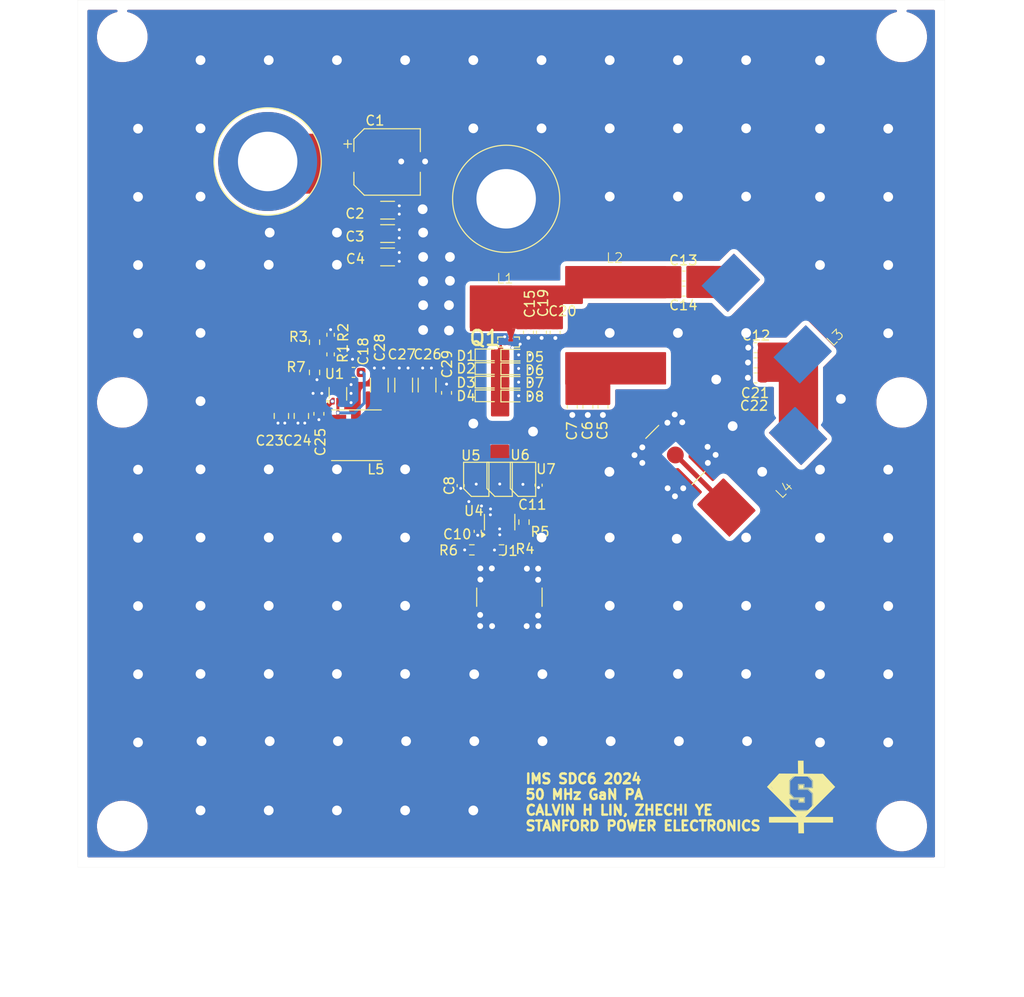
<source format=kicad_pcb>
(kicad_pcb (version 20240108) (generator "pcbnew") (generator_version "8.0")
  (layers (0 "F.Cu" signal) (31 "B.Cu" signal) (34 "B.Paste" user) (35 "F.Paste" user) (36 "B.SilkS" user "B.Silkscreen") (37 "F.SilkS" user "F.Silkscreen") (38 "B.Mask" user) (39 "F.Mask" user) (44 "Edge.Cuts" user))
  (net 0 "")
  (net 1 "GND")
  (net 2 "+12V")
  (net 3 "Net-(C5-Pad1)")
  (net 4 "+5V")
  (net 5 "Net-(C12-Pad1)")
  (net 6 "/D")
  (net 7 "Net-(C13-Pad2)")
  (net 8 "Net-(U1-BST)")
  (net 9 "Net-(U1-SW)")
  (net 10 "/RF_IN")
  (net 11 "/G")
  (net 12 "Net-(U1-EN)")
  (net 13 "Net-(U1-FB)")
  (net 14 "Net-(U4--IN)")
  (net 15 "/G1")
  (net 16 "/RF_OUT")
  (net 17 "Net-(U4-OUT)")
  (footprint "Coilcraft:L_Coilcraft_ZA9423" (layer "F.Cu") (at 36.97 31.64)
    (property "Reference" "L1")
    (property "Value" "25n")
  )
  (footprint "MountingHole:MountingHole_3.2mm_M3_DIN965" (layer "F.Cu") (at 4.59 84.78)
    (property "Reference" "REF**" (hide yes))
    (property "Value" "MountingHole_3.2mm_M3_DIN965")
  )
  (footprint "Capacitor_SMD:C_1206_3216Metric" (layer "F.Cu") (at 31.82 26.37)
    (property "Reference" "C4")
    (property "Value" "C_Small")
  )
  (footprint "Diode_SMD:D_SOD-523" (layer "F.Cu") (at 44.7125 40.64)
    (property "Reference" "D8")
    (property "Value" "SMS3922")
  )
  (footprint "Capacitor_SMD:C_1206_3216Metric" (layer "F.Cu") (at 31.82 21.57)
    (property "Reference" "C2")
    (property "Value" "C_Small")
  )
  (footprint "Connector_Coaxial:SMA_Amphenol_132134-10_Vertical" (layer "F.Cu") (at 61.355 46.695 135)
    (property "Reference" "J2" (hide yes))
    (property "Value" "RF_OUT")
  )
  (footprint "Package_TO_SOT_SMD:SOT-23-6" (layer "F.Cu") (at 43.32 53.585 90)
    (property "Reference" "U4")
    (property "Value" "TLV3501")
  )
  (footprint "Coilcraft:Coilcraft_1212VS" (layer "F.Cu") (at 55.23 33.38 -90)
    (property "Reference" "L2")
    (property "Value" "18n")
  )
  (footprint "Capacitor_SMD:C_0603_1608Metric" (layer "F.Cu") (at 47.61 34.11 -90)
    (property "Reference" "C19")
    (property "Value" "C")
  )
  (footprint "MountingHole:MountingHole_3.2mm_M3_DIN965" (layer "F.Cu") (at 84.59 84.78)
    (property "Reference" "REF**" (hide yes))
    (property "Value" "MountingHole_3.2mm_M3_DIN965")
  )
  (footprint "Coilcraft:Coilcraft_2014VS" (layer "F.Cu") (at 70.73 32.7 -45)
    (property "Reference" "L3")
    (property "Value" "81n")
  )
  (footprint "Capacitor_SMD:C_1206_3216Metric" (layer "F.Cu") (at 30.97 39.52 90)
    (property "Reference" "C28")
    (property "Value" "22u")
  )
  (footprint "Capacitor_SMD:C_0603_1608Metric" (layer "F.Cu") (at 49.02 34.11 -90)
    (property "Reference" "C20")
    (property "Value" "C")
  )
  (footprint "MountingHole:MountingHole_3.2mm_M3_DIN965" (layer "F.Cu") (at 4.59 3.78)
    (property "Reference" "REF**" (hide yes))
    (property "Value" "MountingHole_3.2mm_M3_DIN965")
  )
  (footprint "Connector:Banana_Jack_1Pin" (layer "F.Cu") (at 19.51 16.57)
    (property "Reference" "J5" (hide yes))
    (property "Value" "Conn_01x01_Pin" (hide yes))
  )
  (footprint "Resistor_SMD:R_0603_1608Metric" (layer "F.Cu") (at 24.32 38.22 -90)
    (property "Reference" "R7")
    (property "Value" "30k")
  )
  (footprint "MountingHole:MountingHole_3.2mm_M3_DIN965" (layer "F.Cu") (at 4.59 41.3)
    (property "Reference" "REF**" (hide yes))
    (property "Value" "MountingHole_3.2mm_M3_DIN965")
  )
  (footprint "Connector:Banana_Jack_1Pin" (layer "F.Cu") (at 43.99 20.4)
    (property "Reference" "J6" (hide yes))
    (property "Value" "Conn_01x01_Pin" (hide yes))
  )
  (footprint "Capacitor_SMD:C_0603_1608Metric" (layer "F.Cu") (at 69.59 35.685 180)
    (property "Reference" "C12")
    (property "Value" "C")
  )
  (footprint "Capacitor_SMD:C_1206_3216Metric" (layer "F.Cu") (at 35.87 39.52 90)
    (property "Reference" "C26")
    (property "Value" "22u")
  )
  (footprint "Capacitor_SMD:C_0603_1608Metric" (layer "F.Cu") (at 69.59 37.235 180)
    (property "Reference" "C21")
    (property "Value" "C")
  )
  (footprint "Capacitor_SMD:C_0805_2012Metric" (layer "F.Cu") (at 22.97 42.69 -90)
    (property "Reference" "C24")
    (property "Value" "10u")
  )
  (footprint "Capacitor_SMD:C_1206_3216Metric" (layer "F.Cu") (at 31.82 23.97)
    (property "Reference" "C3")
    (property "Value" "C_Small")
  )
  (footprint "pcbparts:nc7wz04_sc-88_SOIC-6" (layer "F.Cu") (at 40.92 49.195)
    (property "Reference" "U5")
    (property "Value" "NC7WZ16")
  )
  (footprint "EPC_FETs:D0221" (layer "F.Cu") (at 44.24 35.11)
    (property "Reference" "Q1")
    (property "Value" "EPC8010" (hide yes))
  )
  (footprint "Capacitor_SMD:C_0402_1005Metric" (layer "F.Cu") (at 41.07 54.535 -90)
    (property "Reference" "C10")
    (property "Value" "C_Small")
  )
  (footprint "Diode_SMD:D_SOD-523" (layer "F.Cu") (at 42.07 40.62)
    (property "Reference" "D4")
    (property "Value" "SMS3922")
  )
  (footprint "Diode_SMD:D_SOD-523" (layer "F.Cu") (at 42.07 39.22)
    (property "Reference" "D3")
    (property "Value" "SMS3922")
  )
  (footprint "Diode_SMD:D_SOD-523" (layer "F.Cu") (at 42.07 36.42)
    (property "Reference" "D1")
    (property "Value" "SMS3922")
  )
  (footprint "Diode_SMD:D_SOD-523" (layer "F.Cu") (at 44.7125 39.24)
    (property "Reference" "D7")
    (property "Value" "SMS3922")
  )
  (footprint "Capacitor_SMD:C_1206_3216Metric" (layer "F.Cu") (at 33.47 39.52 90)
    (property "Reference" "C27")
    (property "Value" "22u")
  )
  (footprint "Capacitor_SMD:C_0603_1608Metric" (layer "F.Cu") (at 46.28 34.11 -90)
    (property "Reference" "C15")
    (property "Value" "C")
  )
  (footprint "Logo:superlab_logo" (layer "F.Cu") (at 74.255 81.8)
    (property "Reference" "G***" (hide yes))
    (property "Value" "LOGO" (hide yes))
  )
  (footprint "Package_TO_SOT_SMD:SOT-563" (layer "F.Cu") (at 26.72 40.42 90)
    (property "Reference" "U1")
    (property "Value" "TPS563203")
  )
  (footprint "Diode_SMD:D_SOD-523" (layer "F.Cu") (at 42.07 37.82)
    (property "Reference" "D2")
    (property "Value" "SMS3922")
  )
  (footprint "Capacitor_SMD:C_0402_1005Metric" (layer "F.Cu") (at 39.32 49.845 90)
    (property "Reference" "C8")
    (property "Value" "C")
  )
  (footprint "Capacitor_SMD:C_0603_1608Metric" (layer "F.Cu") (at 50.78 41.755 -90)
    (property "Reference" "C7")
    (property "Value" "C")
  )
  (footprint "Capacitor_SMD:C_0603_1608Metric" (layer "F.Cu") (at 24.77 42.47 -90)
    (property "Reference" "C25")
    (property "Value" "100n")
  )
  (footprint "Resistor_SMD:R_0603_1608Metric" (layer "F.Cu") (at 40.47 56.435 180)
    (property "Reference" "R6")
    (property "Value" "SHORT")
  )
  (footprint "Diode_SMD:D_SOD-523" (layer "F.Cu") (at 44.71 36.45)
    (property "Reference" "D5")
    (property "Value" "SMS3922")
  )
  (footprint "MountingHole:MountingHole_3.2mm_M3_DIN965" (layer "F.Cu") (at 84.59 3.78)
    (property "Reference" "REF**" (hide yes))
    (property "Value" "MountingHole_3.2mm_M3_DIN965")
  )
  (footprint "Capacitor_SMD:C_0603_1608Metric" (layer "F.Cu") (at 53.93 41.755 -90)
    (property "Reference" "C5")
    (property "Value" "C")
  )
  (footprint "Resistor_SMD:R_0603_1608Metric" (layer "F.Cu") (at 24.32 35.12 -90)
    (property "Reference" "R3")
    (property "Value" "220k")
  )
  (footprint "Capacitor_SMD:C_0603_1608Metric" (layer "F.Cu") (at 62.23 28.33)
    (property "Reference" "C13")
    (property "Value" "C")
  )
  (footprint "MountingHole:MountingHole_3.2mm_M3_DIN965" (layer "F.Cu") (at 84.59 41.3)
    (property "Reference" "REF**" (hide yes))
    (property "Value" "MountingHole_3.2mm_M3_DIN965")
  )
  (footprint "Resistor_SMD:R_0603_1608Metric" (layer "F.Cu") (at 45.82 53.585 -90)
    (property "Reference" "R5")
    (property "Value" "OPEN")
  )
  (footprint "Connector_Coaxial:SMA_Amphenol_132134-10_Vertical" (layer "F.Cu") (at 44.32 61.29)
    (property "Reference" "J1")
    (property "Value" "RF_IN")
  )
  (footprint "Inductor_SMD:L_Taiyo-Yuden_MD-5050" (layer "F.Cu") (at 28.62 44.67)
    (property "Reference" "L5")
    (property "Value" "4.7u")
  )
  (footprint "Resistor_SMD:R_0603_1608Metric" (layer "F.Cu") (at 43.52 56.435)
    (property "Reference" "R4")
    (property "Value" "50")
  )
  (footprint "Capacitor_SMD:CP_Elec_6.3x7.7" (layer "F.Cu") (at 31.77 16.62)
    (property "Reference" "C1")
    (property "Value" "C_Small")
  )
  (footprint "Resistor_SMD:R_0402_1005Metric" (layer "F.Cu") (at 25.97 34.36 90)
    (property "Reference" "R2")
    (property "Value" "15k")
  )
  (footprint "Capacitor_SMD:C_0603_1608Metric" (layer "F.Cu") (at 37.87 40.32 90)
    (property "Reference" "C29")
    (property "Value" "100n")
  )
  (footprint "Coilcraft:Coilcraft_2014VS" (layer "F.Cu") (at 70.27 48.42 -135)
    (property "Reference" "L4")
    (property "Value" "133n")
  )
  (footprint "Diode_SMD:D_SOD-523" (layer "F.Cu") (at 44.7125 37.85)
    (property "Reference" "D6")
    (property "Value" "SMS3922")
  )
  (footprint "pcbparts:nc7wz04_sc-88_SOIC-6" (layer "F.Cu") (at 43.32 49.195)
    (property "Reference" "U6")
    (property "Value" "NC7WZ16")
  )
  (footprint "Capacitor_SMD:C_0603_1608Metric" (layer "F.Cu") (at 28.32 38.22 180)
    (property "Reference" "C18")
    (property "Value" "0.1u")
  )
  (footprint "Resistor_SMD:R_0402_1005Metric" (layer "F.Cu") (at 25.97 36.37 90)
    (property "Reference" "R1")
    (property "Value" "100k")
  )
  (footprint "Capacitor_SMD:C_0603_1608Metric" (layer "F.Cu") (at 62.23 29.88)
    (property "Reference" "C14")
    (property "Value" "C")
  )
  (footprint "Capacitor_SMD:C_0603_1608Metric" (layer "F.Cu") (at 52.38 41.755 -90)
    (property "Reference" "C6")
    (property "Value" "C")
  )
  (footprint "Capacitor_SMD:C_0402_1005Metric" (layer "F.Cu") (at 47.32 49.795 90)
    (property "Reference" "C11")
    (property "Value" "C")
  )
  (footprint "Capacitor_SMD:C_0805_2012Metric" (layer "F.Cu") (at 20.92 42.69 -90)
    (property "Reference" "C23")
    (property "Value" "10u")
  )
  (footprint "pcbparts:nc7wz04_sc-88_SOIC-6" (layer "F.Cu") (at 45.72 49.195)
    (property "Reference" "U7")
    (property "Value" "NC7WZ16")
  )
  (footprint "Capacitor_SMD:C_0603_1608Metric" (layer "F.Cu") (at 69.59 38.785 180)
    (property "Reference" "C22")
    (property "Value" "C")
  )
  (gr_rect (start 0.005 0) (end 89.005 89) (stroke (width 0.01)) (fill none) (layer "Edge.Cuts"))
  (gr_text "IMS SDC6 2024\n50 MHz GaN PA\nCALVIN H LIN, ZHECHI YE\nSTANFORD POWER ELECTRONICS" (at 45.855 85.35 0) (layer "F.SilkS") (effects (font (size 1 1) (thickness 0.25) (bold yes)) (justify left bottom)))
  (segment (start 26.95 40.34) (end 27.08 40.47) (width 0.25) (layer "F.Cu") (net 1))
  (segment (start 27.92 41.17) (end 28.07 41.32) (width 0.25) (layer "F.Cu") (net 1))
  (segment (start 45.05 35.31) (end 45.015 35.345) (width 0.2) (layer "F.Cu") (net 1))
  (segment (start 45.015 35.345) (end 44.49 35.345) (width 0.2) (layer "F.Cu") (net 1))
  (segment (start 43.84 34.56) (end 43.84 34.62) (width 0.2) (layer "F.Cu") (net 1))
  (segment (start 43.84 35.11) (end 43.84 34.56) (width 0.2) (layer "F.Cu") (net 1))
  (segment (start 27.22 41.17) (end 27.92 41.17) (width 0.25) (layer "F.Cu") (net 1))
  (segment (start 25.79 40.34) (end 26.95 40.34) (width 0.25) (layer "F.Cu") (net 1))
  (segment (start 44.04 35.31) (end 44.48 35.31) (width 0.2) (layer "F.Cu") (net 1))
  (segment (start 43.84 35.11) (end 44.04 35.31) (width 0.2) (layer "F.Cu") (net 1))
  (segment (start 45.04 34.91) (end 45.04 35.3) (width 0.2) (layer "F.Cu") (net 1))
  (segment (start 45.04 35.3) (end 45.05 35.31) (width 0.2) (layer "F.Cu") (net 1))
  (via (at 26.62 48.17) (size 1.5) (drill 1) (layers "F.Cu" "B.Cu") (net 1))
  (via (at 37.87 39.42) (size 0.6) (drill 0.3) (layers "F.Cu" "B.Cu") (net 1))
  (via (at 46.75 44.29) (size 1.5) (drill 1) (layers "F.Cu" "B.Cu") (net 1))
  (via (at 61.62 20.17) (size 1.5) (drill 1) (layers "F.Cu" "B.Cu") (net 1))
  (via (at 35.47 28.87) (size 1.5) (drill 1) (layers "F.Cu" "B.Cu") (net 1))
  (via (at 78.35 40.94) (size 1.5) (drill 1) (layers "F.Cu" "B.Cu") (net 1))
  (via (at 6.205 62.2) (size 1.5) (drill 1) (layers "F.Cu" "B.Cu") (net 1))
  (via (at 40.916409 49.686409) (size 0.4) (drill 0.3) (layers "F.Cu" "B.Cu") (net 1))
  (via (at 61.62 62.17) (size 1.5) (drill 1) (layers "F.Cu" "B.Cu") (net 1))
  (via (at 42.545 64.26) (size 1) (drill 0.6) (layers "F.Cu" "B.Cu") (net 1))
  (via (at 67.24 43.73) (size 1.5) (drill 1) (layers "F.Cu" "B.Cu") (net 1))
  (via (at 46.42 40.62) (size 0.4) (drill 0.3) (layers "F.Cu" "B.Cu") (net 1))
  (via (at 76.205 48.2) (size 1.5) (drill 1) (layers "F.Cu" "B.Cu") (net 1))
  (via (at 42.37 52.835) (size 0.4) (drill 0.3) (layers "F.Cu" "B.Cu") (net 1))
  (via (at 54.72 76.07) (size 1.5) (drill 1) (layers "F.Cu" "B.Cu") (net 1))
  (via (at 76.205 55.2) (size 1.5) (drill 1) (layers "F.Cu" "B.Cu") (net 1))
  (via (at 54.62 69.17) (size 1.5) (drill 1) (layers "F.Cu" "B.Cu") (net 1))
  (via (at 61.62 34.17) (size 1.5) (drill 1) (layers "F.Cu" "B.Cu") (net 1))
  (via (at 76.205 62.2) (size 1.5) (drill 1) (layers "F.Cu" "B.Cu") (net 1))
  (via (at 35.42 37.77) (size 0.6) (drill 0.3) (layers "F.Cu" "B.Cu") (net 1))
  (via (at 24.17 40.37) (size 0.6) (drill 0.3) (layers "F.Cu" "B.Cu") (net 1))
  (via (at 47.71 69.19) (size 1.5) (drill 1) (layers "F.Cu" "B.Cu") (net 1))
  (via (at 68.62 34.17) (size 1.5) (drill 1) (layers "F.Cu" "B.Cu") (net 1))
  (via (at 47.27 58.36) (size 1) (drill 0.6) (layers "F.Cu" "B.Cu") (net 1))
  (via (at 57.165 46.71) (size 1) (drill 0.6) (layers "F.Cu" "B.Cu") (net 1))
  (via (at 60.565 50.11) (size 1) (drill 0.6) (layers "F.Cu" "B.Cu") (net 1))
  (via (at 83.205 76.2) (size 1.5) (drill 1) (layers "F.Cu" "B.Cu") (net 1))
  (via (at 12.62 34.17) (size 1.5) (drill 1) (layers "F.Cu" "B.Cu") (net 1))
  (via (at 40.62 6.17) (size 1.5) (drill 1) (layers "F.Cu" "B.Cu") (net 1))
  (via (at 54.62 13.17) (size 1.5) (drill 1) (layers "F.Cu" "B.Cu") (net 1))
  (via (at 12.62 6.17) (size 1.5) (drill 1) (layers "F.Cu" "B.Cu") (net 1))
  (via (at 39.73 56.44) (size 0.6) (drill 0.3) (layers "F.Cu" "B.Cu") (net 1))
  (via (at 54.62 55.17) (size 1.5) (drill 1) (layers "F.Cu" "B.Cu") (net 1))
  (via (at 40.62 13.17) (size 1.5) (drill 1) (layers "F.Cu" "B.Cu") (net 1))
  (via (at 61.72 76.07) (size 1.5) (drill 1) (layers "F.Cu" "B.Cu") (net 1))
  (via (at 76.205 27.2) (size 1.5) (drill 1) (layers "F.Cu" "B.Cu") (net 1))
  (via (at 44.64 35.67) (size 0.4) (drill 0.3) (layers "F.Cu" "B.Cu") (net 1))
  (via (at 6.205 55.2) (size 1.5) (drill 1) (layers "F.Cu" "B.Cu") (net 1))
  (via (at 54.62 62.17) (size 1.5) (drill 1) (layers "F.Cu" "B.Cu") (net 1))
  (via (at 47.62 6.17) (size 1.5) (drill 1) (layers "F.Cu" "B.Cu") (net 1))
  (via (at 40.62 43.47) (size 1.5) (drill 1) (layers "F.Cu" "B.Cu") (net 1))
  (via (at 33.02 37.77) (size 0.6) (drill 0.3) (layers "F.Cu" "B.Cu") (net 1))
  (via (at 46.42 36.42) (size 0.4) (drill 0.3) (layers "F.Cu" "B.Cu") (net 1))
  (via (at 19.62 6.17) (size 1.5) (drill 1) (layers "F.Cu" "B.Cu") (net 1))
  (via (at 39.33 50.12) (size 0.4) (drill 0.3) (layers "F.Cu" "B.Cu") (net 1))
  (via (at 12.62 41.17) (size 1.5) (drill 1) (layers "F.Cu" "B.Cu") (net 1))
  (via (at 6.205 27.2) (size 1.5) (drill 1) (layers "F.Cu" "B.Cu") (net 1))
  (via (at 6.205 20.2) (size 1.5) (drill 1) (layers "F.Cu" "B.Cu") (net 1))
  (via (at 6.205 13.2) (size 1.5) (drill 1) (layers "F.Cu" "B.Cu") (net 1))
  (via (at 45.27 39.22) (size 0.4) (drill 0.3) (layers "F.Cu" "B.Cu") (net 1))
  (via (at 65.49 46.685) (size 1) (drill 0.6) (layers "F.Cu" "B.Cu") (net 1))
  (via (at 33.02 23.57) (size 0.6) (drill 0.3) (layers "F.Cu" "B.Cu") (net 1))
  (via (at 42.38379 52.235156) (size 0.4) (drill 0.3) (layers "F.Cu" "B.Cu") (net 1))
  (via (at 83.205 48.2) (size 1.5) (drill 1) (layers "F.Cu" "B.Cu") (net 1))
  (via (at 22.62 43.42) (size 0.6) (drill 0.3) (layers "F.Cu" "B.Cu") (net 1))
  (via (at 68.62 6.17) (size 1.5) (drill 1) (layers "F.Cu" "B.Cu") (net 1))
  (via (at 33.02 21.97) (size 0.6) (drill 0.3) (layers "F.Cu" "B.Cu") (net 1))
  (via (at 33.02 24.42) (size 0.6) (drill 0.3) (layers "F.Cu" "B.Cu") (net 1))
  (via (at 46.27 34.67) (size 0.8) (drill 0.4) (layers "F.Cu" "B.Cu") (net 1))
  (via (at 76.205 69.2) (size 1.5) (drill 1) (layers "F.Cu" "B.Cu") (net 1))
  (via (at 54.62 6.17) (size 1.5) (drill 1) (layers "F.Cu" "B.Cu") (net 1))
  (via (at 28.07 40.37) (size 0.6) (drill 0.3) (layers "F.Cu" "B.Cu") (net 1))
  (via (at 33.92 37.77) (size 0.6) (drill 0.3) (layers "F.Cu" "B.Cu") (net 1))
  (via (at 33.62 83.18) (size 1.5) (drill 1) (layers "F.Cu" "B.Cu") (net 1))
  (via (at 68.62 55.17) (size 1.5) (drill 1) (layers "F.Cu" "B.Cu") (net 1))
  (via (at 47.27 63.185) (size 1) (drill 0.6) (layers "F.Cu" "B.Cu") (net 1))
  (via (at 70.27 48.42) (size 1.5) (drill 1) (layers "F.Cu" "B.Cu") (net 1))
  (via (at 38.22 28.82) (size 1.5) (drill 1) (layers "F.Cu" "B.Cu") (net 1))
  (via (at 12.62 20.17) (size 1.5) (drill 1) (layers "F.Cu" "B.Cu") (net 1))
  (via (at 68.62 13.17) (size 1.5) (drill 1) (layers "F.Cu" "B.Cu") (net 1))
  (via (at 36.32 37.77) (size 0.6) (drill 0.3) (layers "F.Cu" "B.Cu") (net 1))
  (via (at 68.62 20.17) (size 1.5) (drill 1) (layers "F.Cu" "B.Cu") (net 1))
  (via (at 57.965 45.91) (size 1) (drill 0.6) (layers "F.Cu" "B.Cu") (net 1))
  (via (at 68.84 35.675) (size 1) (drill 0.6) (layers "F.Cu" "B.Cu") (net 1))
  (via (at 45.43 35.32) (size 0.4) (drill 0.3) (layers "F.Cu" "B.Cu") (net 1))
  (via (at 33.02 25.92) (size 0.6) (drill 0.3) (layers "F.Cu" "B.Cu") (net 1))
  (via (at 33.62 55.17) (size 1.5) (drill 1) (layers "F.Cu" "B.Cu") (net 1))
  (via (at 64.665 45.86) (size 1) (drill 0.6) (layers "F.Cu" "B.Cu") (net 1))
  (via (at 33.62 6.17) (size 1.5) (drill 1) (layers "F.Cu" "B.Cu") (net 1))
  (via (at 61.29 42.535) (size 1) (drill 0.6) (layers "F.Cu" "B.Cu") (net 1))
  (via (at 53.92 42.59) (size 1) (drill 0.6) (layers "F.Cu" "B.Cu") (net 1))
  (via (at 38.12 33.92) (size 1.5) (drill 1) (layers "F.Cu" "B.Cu") (net 1))
  (via (at 40.62 83.18) (size 1.5) (drill 1) (layers "F.Cu" "B.Cu") (net 1))
  (via (at 33.72 76.07) (size 1.5) (drill 1) (layers "F.Cu" "B.Cu") (net 1))
  (via (at 26.62 83.18) (size 1.5) (drill 1) (layers "F.Cu" "B.Cu") (net 1))
  (via (at 40.72 76.07) (size 1.5) (drill 1) (layers "F.Cu" "B.Cu") (net 1))
  (via (at 23.32 43.42) (size 0.6) (drill 0.3) (layers "F.Cu" "B.Cu") (net 1))
  (via (at 54.59 48.42) (size 1.5) (drill 1) (layers "F.Cu" "B.Cu") (net 1))
  (via (at 38.22 26.37) (size 1.5) (drill 1) (layers "F.Cu" "B.Cu") (net 1))
  (via (at 40.71 69.2) (size 1.5) (drill 1) (layers "F.Cu" "B.Cu") (net 1))
  (via (at 12.62 62.17) (size 1.5) (drill 1) (layers "F.Cu" "B.Cu") (net 1))
  (via (at 6.205 69.2) (size 1.5) (drill 1) (layers "F.Cu" "B.Cu") (net 1))
  (via (at 35.47 23.87) (size 1.5) (drill 1) (layers "F.Cu" "B.Cu") (net 1))
  (via (at 26.62 69.17) (size 1.5) (drill 1) (layers "F.Cu" "B.Cu") (net 1))
  (via (at 76.205 20.2) (size 1.5) (drill 1) (layers "F.Cu" "B.Cu") (net 1))
  (via (at 83.205 62.2) (size 1.5) (drill 1) (layers "F.Cu" "B.Cu") (net 1))
  (via (at 83.205 27.2) (size 1.5) (drill 1) (layers "F.Cu" "B.Cu") (net 1))
  (via (at 26.62 6.17) (size 1.5) (drill 1) (layers "F.Cu" "B.Cu") (net 1))
  (via (at 19.72 76.07) (size 1.5) (drill 1) (layers "F.Cu" "B.Cu") (net 1))
  (via (at 83.205 69.2) (size 1.5) (drill 1) (layers "F.Cu" "B.Cu") (net 1))
  (via (at 40.16 51.48) (size 0.4) (drill 0.3) (layers "F.Cu" "B.Cu") (net 1))
  (via (at 12.62 69.17) (size 1.5) (drill 1) (layers "F.Cu" "B.Cu") (net 1))
  (via (at 26.62 55.17) (size 1.5) (drill 1) (layers "F.Cu" "B.Cu") (net 1))
  (via (at 61.62 69.17) (size 1.5) (drill 1) (layers "F.Cu" "B.Cu") (net 1))
  (via (at 68.81 37.205) (size 1) (drill 0.6) (layers "F.Cu" "B.Cu") (net 1))
  (via (at 68.72 76.07) (size 1.5) (drill 1) (layers "F.Cu" "B.Cu") (net 1))
  (via (at 33.22 16.57) (size 1) (drill 0.6) (layers "F.Cu" "B.Cu") (net 1))
  (via (at 45.27 40.62) (size 0.4) (drill 0.3) (layers "F.Cu" "B.Cu") (net 1))
  (via (at 35.47 31.32) (size 1.5) (drill 1) (layers "F.Cu" "B.Cu") (net 1))
  (via (at 64.69 47.51) (size 1) (drill 0.6) (layers "F.Cu" "B.Cu") (net 1))
  (via (at 50.78 42.59) (size 1) (drill 0.6) (layers "F.Cu" "B.Cu") (net 1))
  (via (at 76.205 6.2) (size 1.5) (drill 1) (layers "F.Cu" "B.Cu") (net 1))
  (via (at 6.205 48.2) (size 1.5) (drill 1) (layers "F.Cu" "B.Cu") (net 1))
  (via (at 38.12 31.32) (size 1.5) (drill 1) (layers "F.Cu" "B.Cu") (net 1))
  (via (at 33.62 69.17) (size 1.5) (drill 1) (layers "F.Cu" "B.Cu") (net 1))
  (via (at 61.315 50.935) (size 1) (drill 0.6) (layers "F.Cu" "B.Cu") (net 1))
  (via (at 19.62 69.17) (size 1.5) (drill 1) (layers "F.Cu" "B.Cu") (net 1))
  (via (at 43.33348 54.884851) (size 0.4) (drill 0.3) (layers "F.Cu" "B.Cu") (net 1))
  (via (at 28.22 36.87) (size 0.6) (drill 0.3) (layers "F.Cu" "B.Cu") (net 1))
  (via (at 35.42 21.47) (size 1.5) (drill 1) (layers "F.Cu" "B.Cu") (net 1))
  (via (at 68.62 69.17) (size 1.5) (drill 1) (layers "F.Cu" "B.Cu") (net 1))
  (via (at 61.62 6.17) (size 1.5) (drill 1) (layers "F.Cu" "B.Cu") (net 1))
  (via (at 41.345 58.335) (size 1) (drill 0.6) (layers "F.Cu" "B.Cu") (net 1))
  (via (at 41.32 64.26) (size 1) (drill 0.6) (layers "F.Cu" "B.Cu") (net 1))
  (via (at 47.62 13.17) (size 1.5) (drill 1) (layers "F.Cu" "B.Cu") (net 1))
  (via (at 47.72 76.07) (size 1.5) (drill 1) (layers "F.Cu" "B.Cu") (net 1))
  (via (at 28.07 39.47) (size 0.6) (drill 0.3) (layers "F.Cu" "B.Cu") (net 1))
  (via (at 19.62 83.18) (size 1.5) (drill 1) (layers "F.Cu" "B.Cu") (net 1))
  (via (at 47.295 64.26) (size 1) (drill 0.6) (layers "F.Cu" "B.Cu") (net 1))
  (via (at 35.47 33.87) (size 1.5) (drill 1) (layers "F.Cu" "B.Cu") (net 1))
  (via (at 35.67 16.57) (size 1) (drill 0.6) (layers "F.Cu" "B.Cu") (net 1))
  (via (at 43.84 34.56) (size 0.4) (drill 0.3) (layers "F.Cu" "B.Cu") (net 1))
  (via (at 12.62 48.17) (size 1.5) (drill 1) (layers "F.Cu" "B.Cu") (net 1))
  (via (at 31.42 37.77) (size 0.6) (drill 0.3) (layers "F.Cu" "B.Cu") (net 1))
  (via (at 65.55 38.95) (size 1.5) (drill 1) (layers "F.Cu" "B.Cu") (net 1))
  (via (at 35.47 26.37) (size 1.5) (drill 1) (layers "F.Cu" "B.Cu") (net 1))
  (via (at 27.76 35.86) (size 0.6) (drill 0.3) (layers "F.Cu" "B.Cu") (net 1))
  (via (at 62.165 50.11) (size 1) (drill 0.6) (layers "F.Cu" "B.Cu") (net 1))
  (via (at 83.205 13.2) (size 1.5) (drill 1) (layers "F.Cu" "B.Cu") (net 1))
  (via (at 54.62 20.17) (size 1.5) (drill 1) (layers "F.Cu" "B.Cu") (net 1))
  (via (at 30.47 37.77) (size 0.6) (drill 0.3) (layers "F.Cu" "B.Cu") (net 1))
  (via (at 83.205 20.2) (size 1.5) (drill 1) (layers "F.Cu" "B.Cu") (net 1))
  (via (at 61.5 55.29) (size 1.5) (drill 1) (layers "F.Cu" "B.Cu") (net 1))
  (via (at 26.62 27.17) (size 1.5) (drill 1) (layers "F.Cu" "B.Cu") (net 1))
  (via (at 24.77 43.07) (size 0.6) (drill 0.3) (layers "F.Cu" "B.Cu") (net 1))
  (via (at 42.79 56.45) (size 0.6) (drill 0.3) (layers "F.Cu" "B.Cu") (net 1))
  (via (at 33.62 62.17) (size 1.5) (drill 1) (layers "F.Cu" "B.Cu") (net 1))
  (via (at 41.32 63.11) (size 1) (drill 0.6) (layers "F.Cu" "B.Cu") (net 1))
  (via (at 25.07 40.37) (size 0.6) (drill 0.3) (layers "F.Cu" "B.Cu") (net 1))
  (via (at 62.065 43.335) (size 1) (drill 0.6) (layers "F.Cu" "B.Cu") (net 1))
  (via (at 46.42 39.22) (size 0.4) (drill 0.3) (layers "F.Cu" "B.Cu") (net 1))
  (via (at 45.71 49.71) (size 0.4) (drill 0.3) (layers "F.Cu" "B.Cu") (net 1))
  (via (at 6.205 76.2) (size 1.5) (drill 1) (layers "F.Cu" "B.Cu") (net 1))
  (via (at 83.205 34.2) (size 1.5) (drill 1) (layers "F.Cu" "B.Cu") (net 1))
  (via (at 19.62 48.17) (size 1.5) (drill 1) (layers "F.Cu" "B.Cu") (net 1))
  (via (at 68.62 62.17) (size 1.5) (drill 1) (layers "F.Cu" "B.Cu") (net 1))
  (via (at 47.62 55.17) (size 1.5) (drill 1) (layers "F.Cu" "B.Cu") (net 1))
  (via (at 68.8 38.765) (size 1) (drill 0.6) (layers "F.Cu" "B.Cu") (net 1))
  (via (at 45.27 37.82) (size 0.4) (drill 0.3) (layers "F.Cu" "B.Cu") (net 1))
  (via (at 12.62 13.17) (size 1.5) (drill 1) (layers "F.Cu" "B.Cu") (net 1))
  (via (at 20.57 43.42) (size 0.6) (drill 0.3) (layers "F.Cu" "B.Cu") (net 1))
  (via (at 43.33 49.675) (size 0.4) (drill 0.3) (layers "F.Cu" "B.Cu") (net 1))
  (via (at 19.62 27.17) (size 1.5) (drill 1) (layers "F.Cu" "B.Cu") (net 1))
  (via (at 33.02 26.82) (size 0.6) (drill 0.3) (layers "F.Cu" "B.Cu") (net 1))
  (via (at 41.345 59.485) (size 1) (drill 0.6) (layers "F.Cu" "B.Cu") (net 1))
  (via (at 26.62 23.87) (size 1.5) (drill 1) (layers "F.Cu" "B.Cu") (net 1))
  (via (at 83.205 55.2) (size 1.5) (drill 1) (layers "F.Cu" "B.Cu") (net 1))
  (via (at 41.46 51.93) (size 0.4) (drill 0.3) (layers "F.Cu" "B.Cu") (net 1))
  (via (at 12.62 83.18) (size 1.5) (drill 1) (layers "F.Cu" "B.Cu") (net 1))
  (via (at 28.07 41.32) (size 0.6) (drill 0.3) (layers "F.Cu" "B.Cu") (net 1))
  (via (at 52.37 42.59) (size 1) (drill 0.6) (layers "F.Cu" "B.Cu") (net 1))
  (via (at 76.205 76.2) (size 1.5) (drill 1) (layers "F.Cu" "B.Cu") (net 1))
  (via (at 24.57 38.97) (size 0.4) (drill 0.3) (layers "F.Cu" "B.Cu") (net 1))
  (via (at 26.72 76.07) (size 1.5) (drill 1) (layers "F.Cu" "B.Cu") (net 1))
  (via (at 47.63 34.68) (size 0.8) (drill 0.4) (layers "F.Cu" "B.Cu") (net 1))
  (via (at 12.62 27.17) (size 1.5) (drill 1) (layers "F.Cu" "B.Cu") (net 1))
  (via (at 26.62 62.17) (size 1.5) (drill 1) (layers "F.Cu" "B.Cu") (net 1))
  (via (at 61.62 13.17) (size 1.5) (drill 1) (layers "F.Cu" "B.Cu") (net 1))
  (via (at 25.97 33.83) (size 0.6) (drill 0.3) (layers "F.Cu" "B.Cu") (net 1))
  (via (at 76.205 13.2) (size 1.5) (drill 1) (layers "F.Cu" "B.Cu") (net 1))
  (via (at 54.62 34.17) (size 1.5) (drill 1) (layers "F.Cu" "B.Cu") (net 1))
  (via (at 42.52 58.335) (size 1) (drill 0.6) (layers "F.Cu" "B.Cu") (net 1))
  (via (at 33.62 48.17) (size 1.5) (drill 1) (layers "F.Cu" "B.Cu") (net 1))
  (via (at 47.309513 50.035487) (size 0.4) (drill 0.3) (layers "F.Cu" "B.Cu") (net 1))
  (via (at 19.72 23.87) (size 1.5) (drill 1) (layers "F.Cu" "B.Cu") (net 1))
  (via (at 49.04 34.69) (size 0.8) (drill 0.4) (layers "F.Cu" "B.Cu") (net 1))
  (via (at 47.27 59.51) (size 1) (drill 0.6) (layers "F.Cu" "B.Cu") (net 1))
  (via (at 12.72 76.07) (size 1.5) (drill 1) (layers "F.Cu" "B.Cu") (net 1))
  (via (at 21.27 43.42) (size 0.6) (drill 0.3) (layers "F.Cu" "B.Cu") (net 1))
  (via (at 46.095 64.26) (size 1) (drill 0.6) (layers "F.Cu" "B.Cu") (net 1))
  (via (at 19.62 55.17) (size 1.5) (drill 1) (layers "F.Cu" "B.Cu") (net 1))
  (via (at 57.965 47.51) (size 1) (drill 0.6) (layers "F.Cu" "B.Cu") (net 1))
  (via (at 6.205 34.2) (size 1.5) (drill 1) (layers "F.Cu" "B.Cu") (net 1))
  (via (at 60.54 43.385) (size 1) (drill 0.6) (layers "F.Cu" "B.Cu") (net 1))
  (via (at 12.62 55.17) (size 1.5) (drill 1) (layers "F.Cu" "B.Cu") (net 1))
  (via (at 43.32 54.285) (size 0.4) (drill 0.3) (layers "F.Cu" "B.Cu") (net 1))
  (via (at 33.02 21.12) (size 0.6) (drill 0.3) (layers "F.Cu" "B.Cu") (net 1))
  (via (at 46.42 37.82) (size 0.4) (drill 0.3) (layers "F.Cu" "B.Cu") (net 1))
  (via (at 19.62 62.17) (size 1.5) (drill 1) (layers "F.Cu" "B.Cu") (net 1))
  (via (at 41.07 54.935) (size 0.4) (drill 0.3) (layers "F.Cu" "B.Cu") (net 1))
  (via (at 45.27 36.42) (size 0.4) (drill 0.3) (layers "F.Cu" "B.Cu") (net 1))
  (via (at 46.12 58.36) (size 1) (drill 0.6) (layers "F.Cu" "B.Cu") (net 1))
  (segment (start 24.77 41.695) (end 25.605 41.695) (width 0.5) (layer "F.Cu") (net 2))
  (segment (start 25.97 36.88) (end 25.145 36.055) (width 0.25) (layer "F.Cu") (net 2))
  (segment (start 31.645 30.885) (end 31.51 31.02) (width 1.5) (layer "F.Cu") (net 2))
  (segment (start 24.78 35.15) (end 23.45 35.15) (width 0.25) (layer "F.Cu") (net 2))
  (segment (start 25.145 36.055) (end 25.145 35.515) (width 0.25) (layer "F.Cu") (net 2))
  (segment (start 25.605 41.695) (end 26.12 41.18) (width 0.5) (layer "F.Cu") (net 2))
  (segment (start 25.145 35.515) (end 24.78 35.15) (width 0.25) (layer "F.Cu") (net 2))
  (via (at 26.15 41.18) (size 0.4) (drill 0.3) (layers "F.Cu" "B.Cu") (net 2))
  (segment (start 44.5825 52.76) (end 44.27 52.4475) (width 0.3) (layer "F.Cu") (net 4))
  (segment (start 37.82 46.37) (end 37.82 43.62) (width 1) (layer "F.Cu") (net 4))
  (segment (start 45.94 49.125) (end 43.1 49.125) (width 0.3) (layer "F.Cu") (net 4))
  (segment (start 40.46 49.365) (end 40.7 49.125) (width 0.3) (layer "F.Cu") (net 4))
  (segment (start 47.32 47.596472) (end 47.32 49.315) (width 0.5) (layer "F.Cu") (net 4))
  (segment (start 47.508266 49.315) (end 47.32 49.315) (width 0.5) (layer "F.Cu") (net 4))
  (segment (start 38.72 40.245) (end 37.87 41.095) (width 0.3) (layer "F.Cu") (net 4))
  (segment (start 48.08 49.886734) (end 47.508266 49.315) (width 0.5) (layer "F.Cu") (net 4))
  (segment (start 37.82 48.27) (end 37.82 50.8) (width 1) (layer "F.Cu") (net 4))
  (segment (start 24.57 33.995) (end 25.485 33.08) (width 0.3) (layer "F.Cu") (net 4))
  (segment (start 47.32 49.315) (end 46.13 49.315) (width 0.3) (layer "F.Cu") (net 4))
  (segment (start 45.82 52.76) (end 44.5825 52.76) (width 0.3) (layer "F.Cu") (net 4))
  (segment (start 45.84 52.77) (end 45.973266 52.77) (width 0.5) (layer "F.Cu") (net 4))
  (segment (start 37.82 43.62) (end 38 43.62) (width 1) (layer "F.Cu") (net 4))
  (segment (start 37.82 48.27) (end 37.82 46.37) (width 1) (layer "F.Cu") (net 4))
  (segment (start 45.72 48.905) (end 45.72 48.275) (width 0.3) (layer "F.Cu") (net 4))
  (segment (start 37.82 41.145) (end 37.82 43.52) (width 1) (layer "F.Cu") (net 4))
  (segment (start 39.31 44.93) (end 45.33939 44.93) (width 1) (layer "F.Cu") (net 4))
  (segment (start 38.72 39.064544) (end 38.72 40.245) (width 0.3) (layer "F.Cu") (net 4))
  (segment (start 40.7 49.125) (end 40.92 48.905) (width 0.3) (layer "F.Cu") (net 4))
  (segment (start 43.32 48.905) (end 43.1 49.125) (width 0.3) (layer "F.Cu") (net 4))
  (segment (start 39.32 49.365) (end 40.46 49.365) (width 0.3) (layer "F.Cu") (net 4))
  (segment (start 47.55 47.14061) (end 47.55 49.08) (width 1) (layer "F.Cu") (net 4))
  (segment (start 40.92 48.905) (end 40.92 48.275) (width 0.3) (layer "F.Cu") (net 4))
  (segment (start 36.775456 37.12) (end 38.72 39.064544) (width 0.3) (layer "F.Cu") (net 4))
  (segment (start 46.13 49.315) (end 45.94 49.125) (width 0.3) (layer "F.Cu") (net 4))
  (segment (start 45.33939 44.93) (end 47.55 47.14061) (width 1) (layer "F.Cu") (net 4))
  (segment (start 31.05 37.12) (end 36.775456 37.12) (width 0.3) (layer "F.Cu") (net 4))
  (segment (start 45.94 49.125) (end 45.72 48.905) (width 0.3) (layer "F.Cu") (net 4))
  (segment (start 38 43.62) (end 39.31 44.93) (width 1) (layer "F.Cu") (net 4))
  (segment (start 38.915 49.365) (end 37.82 48.27) (width 0.5) (layer "F.Cu") (net 4))
  (segment (start 43.32 48.275) (end 43.32 48.905) (width 0.3) (layer "F.Cu") (net 4))
  (segment (start 39.32 49.365) (end 38.915 49.365) (width 0.5) (layer "F.Cu") (net 4))
  (segment (start 25.485 33.08) (end 27.01 33.08) (width 0.3) (layer "F.Cu") (net 4))
  (segment (start 37.87 41.095) (end 37.82 41.145) (width 1) (layer "F.Cu") (net 4))
  (segment (start 27.01 33.08) (end 31.05 37.12) (width 0.3) (layer "F.Cu") (net 4))
  (segment (start 24.57 34.395) (end 24.57 33.995) (width 0.3) (layer "F.Cu") (net 4))
  (segment (start 45.973266 52.77) (end 48.08 50.663266) (width 0.5) (layer "F.Cu") (net 4))
  (segment (start 37.82 50.8) (end 40.96 53.94) (width 1) (layer "F.Cu") (net 4))
  (segment (start 43.1 49.125) (end 40.7 49.125) (width 0.3) (layer "F.Cu") (net 4))
  (segment (start 48.08 50.663266) (end 48.08 49.886734) (width 0.5) (layer "F.Cu") (net 4))
  (segment (start 42.41 31.11) (end 43.43 32.13) (width 0.5) (layer "F.Cu") (net 6))
  (segment (start 43.545 33.295) (end 43.57 33.27) (width 0.2) (layer "F.Cu") (net 6))
  (segment (start 43.51 33.26) (end 43.53 33.24) (width 0.2) (layer "F.Cu") (net 6))
  (segment (start 43.545 33.165) (end 43.55 33.16) (width 0.2) (layer "F.Cu") (net 6))
  (segment (start 27.22 39.67) (end 27.22 38.345) (width 0.3) (layer "F.Cu") (net 8))
  (segment (start 27.22 38.345) (end 27.295 38.27) (width 0.3) (layer "F.Cu") (net 8))
  (segment (start 26.72 41.17) (end 26.72 42.37) (width 0.3) (layer "F.Cu") (net 9))
  (segment (start 26.72 42.37) (end 26.72 44.57) (width 0.3) (layer "F.Cu") (net 9))
  (segment (start 26.72 44.57) (end 26.82 44.67) (width 0.3) (layer "F.Cu") (net 9))
  (via (at 29.095 38.22) (size 0.4) (drill 0.3) (layers "F.Cu" "B.Cu") (net 9))
  (via (at 26.72 42.37) (size 0.4) (drill 0.3) (layers "F.Cu" "B.Cu") (net 9))
  (segment (start 29.42 41.37) (end 29.42 38.37) (width 0.3) (layer "B.Cu") (net 9))
  (segment (start 29.42 38.37) (end 29.27 38.22) (width 0.3) (layer "B.Cu") (net 9))
  (segment (start 29.27 38.22) (end 29.095 38.22) (width 0.3) (layer "B.Cu") (net 9))
  (segment (start 28.42 42.37) (end 29.42 41.37) (width 0.3) (layer "B.Cu") (net 9))
  (segment (start 26.72 42.37) (end 28.42 42.37) (width 0.3) (layer "B.Cu") (net 9))
  (segment (start 44.345 56.435) (end 44.345 56.71) (width 0.3) (layer "F.Cu") (net 10))
  (segment (start 44.32 56.735) (end 44.32 61.31) (width 0.3) (layer "F.Cu") (net 10))
  (segment (start 44.345 54.7975) (end 44.27 54.7225) (width 0.3) (layer "F.Cu") (net 10))
  (segment (start 44.345 56.71) (end 44.32 56.735) (width 0.3) (layer "F.Cu") (net 10))
  (segment (start 44.345 56.435) (end 44.345 54.7975) (width 0.3) (layer "F.Cu") (net 10))
  (segment (start 26.72 36.02) (end 25.97 35.27) (width 0.3) (layer "F.Cu") (net 12))
  (segment (start 25.97 35.86) (end 25.97 35.27) (width 0.5) (layer "F.Cu") (net 12))
  (segment (start 26.72 39.67) (end 26.72 36.02) (width 0.3) (layer "F.Cu") (net 12))
  (segment (start 25.97 35.27) (end 25.97 34.87) (width 0.5) (layer "F.Cu") (net 12))
  (segment (start 26.22 39.145) (end 24.57 37.495) (width 0.3) (layer "F.Cu") (net 13))
  (segment (start 26.22 39.67) (end 26.22 39.145) (width 0.3) (layer "F.Cu") (net 13))
  (segment (start 24.57 36.045) (end 24.57 37.495) (width 0.5) (layer "F.Cu") (net 13))
  (segment (start 41.295 55.7975) (end 42.37 54.7225) (width 0.3) (layer "F.Cu") (net 14))
  (segment (start 42.37 54.7225) (end 42.37 54.060001) (width 0.2) (layer "F.Cu") (net 14))
  (segment (start 42.37 54.060001) (end 42.670001 53.76) (width 0.2) (layer "F.Cu") (net 14))
  (segment (start 45.17 53.76) (end 45.82 54.41) (width 0.2) (layer "F.Cu") (net 14))
  (segment (start 41.295 56.435) (end 41.295 55.7975) (width 0.3) (layer "F.Cu") (net 14))
  (segment (start 42.670001 53.76) (end 45.17 53.76) (width 0.2) (layer "F.Cu") (net 14))
  (segment (start 44.52 46.895) (end 45.77 46.895) (width 0.3) (layer "F.Cu") (net 15))
  (segment (start 40.27 48.275) (end 40.27 47.645) (width 0.3) (layer "F.Cu") (net 15))
  (segment (start 42.67 48.275) (end 42.67 47.295) (width 0.3) (layer "F.Cu") (net 15))
  (segment (start 42.67 47.295) (end 43.07 46.895) (width 0.3) (layer "F.Cu") (net 15))
  (segment (start 40.27 47.645) (end 41.02 46.895) (width 0.3) (layer "F.Cu") (net 15))
  (segment (start 41.02 46.895) (end 42.32 46.895) (width 0.3) (layer "F.Cu") (net 15))
  (segment (start 46.37 47.495) (end 46.37 48.275) (width 0.3) (layer "F.Cu") (net 15))
  (segment (start 42.32 46.895) (end 43.07 46.895) (width 0.3) (layer "F.Cu") (net 15))
  (segment (start 45.77 46.895) (end 46.37 47.495) (width 0.3) (layer "F.Cu") (net 15))
  (segment (start 45.07 48.275) (end 45.07 47.445) (width 0.3) (layer "F.Cu") (net 15))
  (segment (start 43.97 48.275) (end 43.97 47.295) (width 0.3) (layer "F.Cu") (net 15))
  (segment (start 43.07 46.895) (end 43.57 46.895) (width 0.3) (layer "F.Cu") (net 15))
  (segment (start 41.57 47.645) (end 42.32 46.895) (width 0.3) (layer "F.Cu") (net 15))
  (segment (start 45.07 47.445) (end 44.52 46.895) (width 0.3) (layer "F.Cu") (net 15))
  (segment (start 43.97 47.295) (end 43.57 46.895) (width 0.3) (layer "F.Cu") (net 15))
  (segment (start 43.57 46.895) (end 44.52 46.895) (width 0.3) (layer "F.Cu") (net 15))
  (segment (start 41.57 48.275) (end 41.57 47.645) (width 0.3) (layer "F.Cu") (net 15))
  (segment (start 66.57 51.87) (end 66.57 52.01) (width 0.5) (layer "F.Cu") (net 16))
  (segment (start 61.44 46.74) (end 66.57 51.87) (width 0.5) (layer "F.Cu") (net 16))
  (segment (start 61.44 46.62) (end 61.44 46.74) (width 0.5) (layer "F.Cu") (net 16))
  (segment (start 61.435 46.605) (end 61.435 46.645) (width 0.5) (layer "F.Cu") (net 16))
  (segment (start 43.97 50.745) (end 43.62 51.095) (width 0.3) (layer "F.Cu") (net 17))
  (segment (start 40.62 51.095) (end 42.07 51.095) (width 0.3) (layer "F.Cu") (net 17))
  (segment (start 43.29 51.115) (end 43.29 52.57) (width 0.3) (layer "F.Cu") (net 17))
  (segment (start 41.57 50.115) (end 41.57 50.795) (width 0.3) (layer "F.Cu") (net 17))
  (segment (start 41.87 51.095) (end 42.07 51.095) (width 0.3) (layer "F.Cu") (net 17))
  (segment (start 42.615 51.095) (end 42.615 50.17) (width 0.3) (layer "F.Cu") (net 17))
  (segment (start 43.62 51.095) (end 42.715 51.095) (width 0.3) (layer "F.Cu") (net 17))
  (segment (start 45.07 50.695) (end 45.07 50.115) (width 0.3) (layer "F.Cu") (net 17))
  (segment (start 44.47 51.095) (end 45.82 51.095) (width 0.3) (layer "F.Cu") (net 17))
  (segment (start 43.62 51.095) (end 44.47 51.095) (width 0.3) (layer "F.Cu") (net 17))
  (segment (start 40.27 50.115) (end 40.27 50.745) (width 0.3) (layer "F.Cu") (net 17))
  (segment (start 44.47 51.095) (end 44.67 51.095) (width 0.3) (layer "F.Cu") (net 17))
  (segment (start 45.82 51.095) (end 46.37 50.545) (width 0.3) (layer "F.Cu") (net 17))
  (segment (start 43.27 51.095) (end 43.29 51.115) (width 0.3) (layer "F.Cu") (net 17))
  (segment (start 46.37 50.545) (end 46.37 50.115) (width 0.3) (layer "F.Cu") (net 17))
  (segment (start 40.27 50.745) (end 40.62 51.095) (width 0.3) (layer "F.Cu") (net 17))
  (segment (start 42.07 51.095) (end 42.615 51.095) (width 0.3) (layer "F.Cu") (net 17))
  (segment (start 41.57 50.795) (end 41.87 51.095) (width 0.3) (layer "F.Cu") (net 17))
  (segment (start 44.67 51.095) (end 45.07 50.695) (width 0.3) (layer "F.Cu") (net 17))
  (segment (start 42.615 50.17) (end 42.67 50.115) (width 0.3) (layer "F.Cu") (net 17))
  (segment (start 43.97 50.115) (end 43.97 50.745) (width 0.3) (layer "F.Cu") (net 17))
  (zone (net 4) (net_name "+5V") (layer "F.Cu") (priority 1) (connect_pads yes (clearance 0.1)) (min_thickness 0.25) (fill yes (thermal_gap 0.5) (thermal_bridge_width 0.5))
    (polygon (pts (xy 31.37 42.41) (xy 31.37 46.79) (xy 29.57 46.8) (xy 29.57 42.42)))
  )
  (zone (net 6) (net_name "/D") (layer "F.Cu") (priority 1) (connect_pads yes (clearance 0.1)) (min_thickness 0.05) (fill yes (thermal_gap 0.5) (thermal_bridge_width 0.5))
    (polygon (pts (xy 44.31 34.88) (xy 43.97 33.62) (xy 44.98 33.62) (xy 44.59 34.88)))
  )
  (zone (net 1) (net_name "GND") (layer "F.Cu") (connect_pads yes (clearance 0.1)) (min_thickness 0.25) (fill yes (thermal_gap 0.5) (thermal_bridge_width 0.5))
    (polygon (pts (xy 44.82 41.47) (xy 44.82 35.67) (xy 46.07 35.67) (xy 46.07 41.47)))
  )
  (zone (net 2) (net_name "+12V") (layer "F.Cu") (priority 1) (connect_pads yes (clearance 0.1)) (min_thickness 0.25) (fill yes (thermal_gap 0.5) (thermal_bridge_width 0.5))
    (polygon (pts (xy 28.44 33.37) (xy 28.44 17.27) (xy 30.97 17.27) (xy 30.97 33.37)))
  )
  (zone (net 15) (net_name "/G1") (layer "F.Cu") (priority 1) (connect_pads yes (clearance 0.1)) (min_thickness 0.25) (fill yes (thermal_gap 0.5) (thermal_bridge_width 0.5))
    (polygon (pts (xy 42.38 47.005) (xy 42.38 45.605) (xy 44.31 45.605) (xy 44.31 47.005)))
  )
  (zone (net 11) (net_name "/G") (layer "F.Cu") (priority 7) (connect_pads yes (clearance 0)) (min_thickness 0.25) (fill yes (thermal_gap 0.5) (thermal_bridge_width 0.5))
    (polygon (pts (xy 43.37 35.35) (xy 43.05 35.95) (xy 43.78 35.95) (xy 43.5 35.35)))
  )
  (zone (net 1) (net_name "GND") (layer "F.Cu") (connect_pads yes (clearance 0.5)) (min_thickness 0.25) (fill yes (thermal_gap 0.5) (thermal_bridge_width 0.5))
    (polygon (pts (xy 0.005 0) (xy 89.005 0) (xy 89.005 89) (xy 0.005 89)))
  )
  (zone (net 4) (net_name "+5V") (layer "F.Cu") (connect_pads yes (clearance 0.1)) (min_thickness 0.25) (fill yes (thermal_gap 0.5) (thermal_bridge_width 0.5))
    (polygon (pts (xy 40.77 41.47) (xy 40.77 35.67) (xy 41.87 35.67) (xy 41.87 41.47)))
  )
  (zone (net 2) (net_name "+12V") (layer "F.Cu") (priority 1) (connect_pads yes (clearance 0.1)) (min_thickness 0.25) (fill yes (thermal_gap 0.5) (thermal_bridge_width 0.5))
    (polygon (pts (xy 30.97 33.37) (xy 18.97 33.37) (xy 18.97 28.47) (xy 30.97 28.47)))
  )
  (zone (net 4) (net_name "+5V") (layer "F.Cu") (connect_pads yes (clearance 0.1)) (min_thickness 0.25) (fill yes (thermal_gap 0.5) (thermal_bridge_width 0.5))
    (polygon (pts (xy 41.87 42.07) (xy 36.07 42.07) (xy 36.07 40.17) (xy 41.87 40.17)))
  )
  (zone (net 2) (net_name "+12V") (layer "F.Cu") (priority 1) (connect_pads yes (clearance 0.1)) (min_thickness 0.25) (fill yes (thermal_gap 0.5) (thermal_bridge_width 0.5))
    (polygon (pts (xy 20.62 13.72) (xy 30.97 13.72) (xy 30.97 19.87) (xy 20.62 19.87)))
  )
  (zone (net 2) (net_name "+12V") (layer "F.Cu") (priority 1) (connect_pads yes (clearance 0.1)) (min_thickness 0.25) (fill yes (thermal_gap 0.5) (thermal_bridge_width 0.5))
    (polygon (pts (xy 23.63 28.47) (xy 23.63 42.49) (xy 18.96 42.49) (xy 18.95 28.47)))
  )
  (zone (net 4) (net_name "+5V") (layer "F.Cu") (priority 1) (connect_pads yes (clearance 0.1)) (min_thickness 0.25) (fill yes (thermal_gap 0.5) (thermal_bridge_width 0.5))
    (polygon (pts (xy 38.42 42.92) (xy 29.57 42.92) (xy 29.57 40.17) (xy 38.42 40.17)))
  )
  (zone (net 2) (net_name "+12V") (layer "F.Cu") (priority 2) (connect_pads yes (clearance 0)) (min_thickness 0.25) (fill yes (thermal_gap 0.5) (thermal_bridge_width 0.5))
    (polygon (pts (xy 23.42 40.97) (xy 25.47 40.97) (xy 25.47 42.52) (xy 23.42 42.52)))
  )
  (zone (net 6) (net_name "/D") (layers "F&B.Cu") (priority 3) (connect_pads yes (clearance 0.5)) (min_thickness 0.25) (fill yes (thermal_gap 0.5) (thermal_bridge_width 0.5))
    (polygon (pts (xy 44.07 29.3) (xy 51.87 29.3) (xy 51.87 31.2) (xy 44.07 31.2)))
  )
  (zone (net 7) (net_name "Net-(C13-Pad2)") (layers "F&B.Cu") (priority 3) (connect_pads yes (clearance 0.5)) (min_thickness 0.25) (fill yes (thermal_gap 0.5) (thermal_bridge_width 0.5))
    (polygon (pts (xy 62.455 27.28) (xy 67.555 27.29) (xy 67.555 30.59) (xy 62.455 30.58)))
  )
  (zone (net 5) (net_name "Net-(C12-Pad1)") (layers "F&B.Cu") (priority 4) (connect_pads yes (clearance 0.5)) (min_thickness 0.25) (fill yes (thermal_gap 0.5) (thermal_bridge_width 0.5))
    (polygon (pts (xy 69.805 35.155) (xy 74.31 35.155) (xy 74.31 39.19) (xy 69.805 39.19)))
  )
  (zone (net 5) (net_name "Net-(C12-Pad1)") (layers "F&B.Cu") (priority 4) (connect_pads yes (clearance 0.5)) (min_thickness 0.25) (fill yes (thermal_gap 0.5) (thermal_bridge_width 0.5))
    (polygon (pts (xy 71.98 45.195) (xy 71.97 35.99) (xy 76.005 35.99) (xy 76.015 45.195)))
  )
  (zone (net 16) (net_name "/RF_OUT") (layers "F&B.Cu") (priority 6) (connect_pads yes (clearance 0.5)) (min_thickness 0.25) (fill yes (thermal_gap 0.5) (thermal_bridge_width 0.5))
    (polygon (pts (xy 63.59 51.75) (xy 66.29 49.05) (xy 69.615 52.375) (xy 66.915 55.075)))
  )
  (zone (net 7) (net_name "Net-(C13-Pad2)") (layers "F&B.Cu") (priority 4) (connect_pads yes (clearance 0.5)) (min_thickness 0.25) (fill yes (thermal_gap 0.5) (thermal_bridge_width 0.5))
    (polygon (pts (xy 76.96 45.05) (xy 74.27 47.75) (xy 70.95 44.405) (xy 73.64 41.72)))
  )
  (zone (net 6) (net_name "/D") (layers "F&B.Cu") (priority 3) (connect_pads yes (clearance 0.5)) (min_thickness 0.25) (fill yes (thermal_gap 0.5) (thermal_bridge_width 0.5))
    (polygon (pts (xy 45.015 30.235) (xy 49.81 30.24) (xy 49.82 33.79) (xy 45.025 33.795)))
  )
  (zone (net 3) (net_name "Net-(C5-Pad1)") (layers "F&B.Cu") (priority 4) (connect_pads yes (clearance 0.5)) (min_thickness 0.25) (fill yes (thermal_gap 0.5) (thermal_bridge_width 0.5))
    (polygon (pts (xy 50.06 36.15) (xy 60.4 36.15) (xy 60.4 39.45) (xy 50.06 39.45)))
  )
  (zone (net 3) (net_name "Net-(C5-Pad1)") (layers "F&B.Cu") (priority 4) (connect_pads yes (clearance 0.5)) (min_thickness 0.25) (fill yes (thermal_gap 0.5) (thermal_bridge_width 0.5))
    (polygon (pts (xy 50.07 38.99) (xy 54.68 38.99) (xy 54.68 41.56) (xy 50.07 41.56)))
  )
  (zone (net 6) (net_name "/D") (layers "F&B.Cu") (priority 3) (connect_pads yes (clearance 0.5)) (min_thickness 0.25) (fill yes (thermal_gap 0.5) (thermal_bridge_width 0.5))
    (polygon (pts (xy 50.055 27.305) (xy 61.98 27.305) (xy 61.98 30.605) (xy 50.055 30.605)))
  )
  (zone (net 11) (net_name "/G") (layers "F&B.Cu") (priority 8) (connect_pads yes (clearance 0.1)) (min_thickness 0.25) (fill yes (thermal_gap 0.5) (thermal_bridge_width 0.5))
    (polygon (pts (xy 42.43 35.86) (xy 44.31 35.86) (xy 44.31 42.74) (xy 42.43 42.74)))
  )
  (zone (net 6) (net_name "/D") (layers "F&B.Cu") (priority 3) (connect_pads yes (clearance 0.3)) (min_thickness 0.25) (fill yes (thermal_gap 0.5) (thermal_bridge_width 0.5))
    (polygon (pts (xy 40.25 33.73) (xy 40.26 29.31) (xy 45.16 29.31) (xy 45.14 33.73)))
  )
  (zone (net 0) (net_name "") (layer "B.Cu") (connect_pads yes (clearance 0)) (min_thickness 0.05)
    (keepout (tracks allowed) (vias allowed) (pads allowed) (copperpour not_allowed) (footprints allowed))
    (fill (thermal_gap 0.5) (thermal_bridge_width 0.5))
    (polygon (pts (xy 44.28 34.78) (xy 44.07 33.99) (xy 44.86 33.99) (xy 44.62 34.78)))
  )
  (zone (net 0) (net_name "") (layer "B.Cu") (connect_pads yes (clearance 0)) (min_thickness 0.25)
    (keepout (tracks allowed) (vias allowed) (pads allowed) (copperpour not_allowed) (footprints allowed))
    (fill (thermal_gap 0.5) (thermal_bridge_width 0.5))
    (polygon (pts (xy 59.955372 46.614838) (xy 64.325372 51.094838) (xy 65.775372 49.744838) (xy 61.405372 45.314838)))
  )
  (zone (net 5) (net_name "Net-(C12-Pad1)") (layer "B.Cu") (priority 5) (connect_pads yes (clearance 0.5)) (min_thickness 0.25) (fill yes (thermal_gap 0.5) (thermal_bridge_width 0.5))
    (polygon (pts (xy 71.425 36.675) (xy 74.745 33.355) (xy 77.445 36.055) (xy 74.125 39.375)))
  )
  (zone (net 7) (net_name "Net-(C13-Pad2)") (layer "B.Cu") (priority 5) (connect_pads yes (clearance 0.5)) (min_thickness 0.25) (fill yes (thermal_gap 0.5) (thermal_bridge_width 0.5))
    (polygon (pts (xy 64.04 29.33) (xy 67.36 26.01) (xy 70.06 28.71) (xy 66.74 32.03)))
  )
  (zone (net 0) (net_name "") (layer "B.Cu") (connect_pads yes (clearance 0)) (min_thickness 0.05)
    (keepout (tracks allowed) (vias allowed) (pads allowed) (copperpour not_allowed) (footprints allowed))
    (fill (thermal_gap 0.5) (thermal_bridge_width 0.5))
    (polygon (pts (xy 44.19 34.77) (xy 44.69 34.77) (xy 44.69 35.05) (xy 44.19 35.05)))
  )
  (zone (net 1) (net_name "GND") (layer "B.Cu") (priority 1) (connect_pads yes (clearance 0.45)) (min_thickness 0.25) (fill yes (thermal_gap 0.5) (thermal_bridge_width 0.5))
    (polygon (pts (xy 0.005 0) (xy 89.005 0) (xy 89.005 89) (xy 0.005 89)))
  )
  (zone (net 0) (net_name "") (layer "B.Cu") (connect_pads yes (clearance 0)) (min_thickness 0.25)
    (keepout (tracks allowed) (vias allowed) (pads allowed) (copperpour not_allowed) (footprints allowed))
    (fill (thermal_gap 0.5) (thermal_bridge_width 0.5))
    (polygon (pts (xy 42.38 45.605) (xy 44.31 45.605) (xy 44.31 47.005) (xy 42.38 47.005)))
  )
)
</source>
